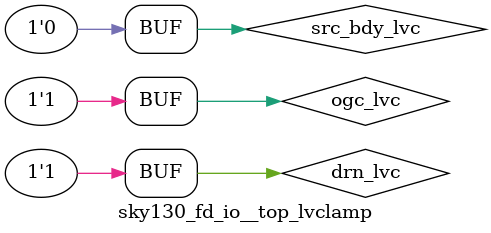
<source format=v>
/**
 * Copyright 2020 The SkyWater PDK Authors
 *
 * Licensed under the Apache License, Version 2.0 (the "License");
 * you may not use this file except in compliance with the License.
 * You may obtain a copy of the License at
 *
 *     https://www.apache.org/licenses/LICENSE-2.0
 *
 * Unless required by applicable law or agreed to in writing, software
 * distributed under the License is distributed on an "AS IS" BASIS,
 * WITHOUT WARRANTIES OR CONDITIONS OF ANY KIND, either express or implied.
 * See the License for the specific language governing permissions and
 * limitations under the License.
 *
 * SPDX-License-Identifier: Apache-2.0
 */

`ifndef SKY130_FD_IO__TOP_LVCLAMP_V
`define SKY130_FD_IO__TOP_LVCLAMP_V

/**
 * top_lvclamp:  Standalone low-voltage ESD clamp circuit.
 *
 * Verilog top module.
 */

`timescale 1ns / 1ps
`default_nettype none


module sky130_fd_io__top_lvclamp (
`ifdef USE_POWER_PINS
 drn_lvc, ogc_lvc, src_bdy_lvc
`endif 
 );

`ifdef USE_POWER_PINS
    inout drn_lvc;
    inout ogc_lvc;
    inout src_bdy_lvc;
`else
  supply1 ogc_lvc;
  supply1 drn_lvc;
  supply0 src_bdy_lvc;
`endif

endmodule

`default_nettype wire
`endif  // SKY130_FD_IO__TOP_LVCLAMP_V

</source>
